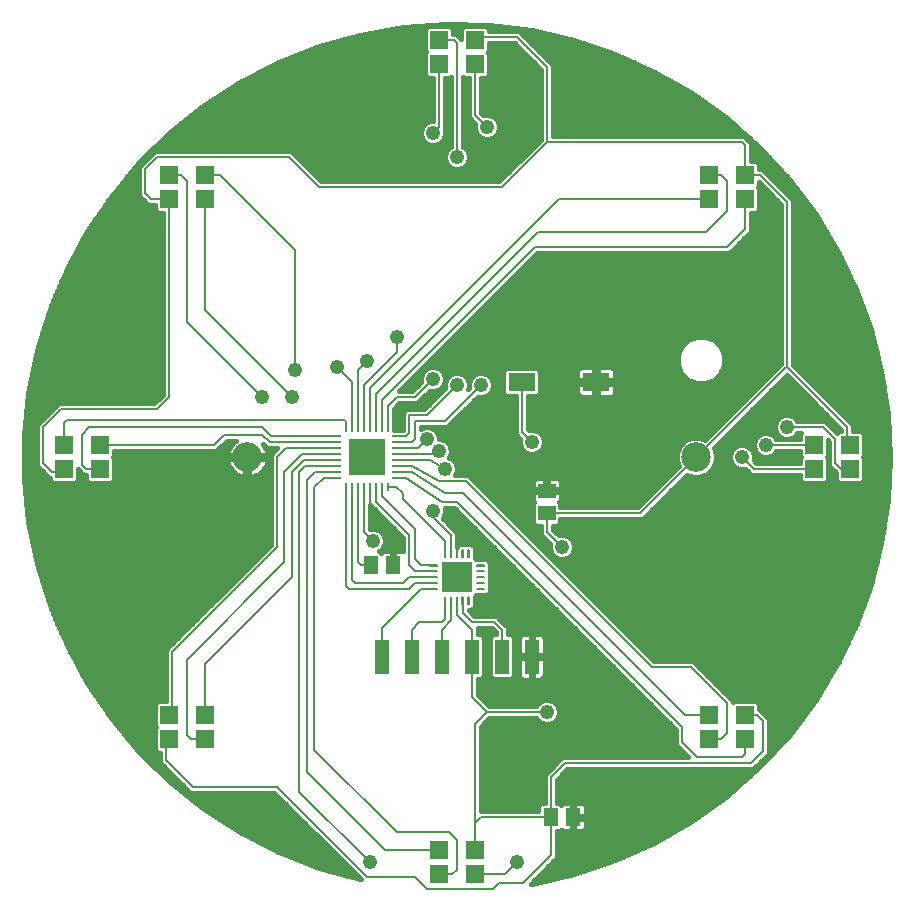
<source format=gtl>
G75*
G70*
%OFA0B0*%
%FSLAX24Y24*%
%IPPOS*%
%LPD*%
%AMOC8*
5,1,8,0,0,1.08239X$1,22.5*
%
%ADD10R,0.0315X0.0112*%
%ADD11R,0.0112X0.0315*%
%ADD12R,0.1240X0.1240*%
%ADD13R,0.0512X0.0591*%
%ADD14R,0.0591X0.0512*%
%ADD15R,0.0906X0.0630*%
%ADD16C,0.0984*%
%ADD17R,0.0492X0.1181*%
%ADD18R,0.1024X0.1024*%
%ADD19C,0.0068*%
%ADD20R,0.0600X0.0600*%
%ADD21C,0.0160*%
%ADD22C,0.0080*%
%ADD23C,0.0480*%
D10*
X015672Y016999D03*
X015672Y017196D03*
X015672Y017393D03*
X015672Y017590D03*
X015672Y017787D03*
X015672Y017983D03*
X015672Y018180D03*
X015672Y018377D03*
X013704Y018377D03*
X013704Y018180D03*
X013704Y017983D03*
X013704Y017787D03*
X013704Y017590D03*
X013704Y017393D03*
X013704Y017196D03*
X013704Y016999D03*
D11*
X015377Y018672D03*
X015180Y018672D03*
X014983Y018672D03*
X014787Y018672D03*
X014590Y018672D03*
X014393Y018672D03*
X014196Y018672D03*
X013999Y018672D03*
X013999Y016704D03*
X014196Y016704D03*
X014393Y016704D03*
X014590Y016704D03*
X014787Y016704D03*
X014983Y016704D03*
X015180Y016704D03*
X015377Y016704D03*
D12*
X014688Y017688D03*
D13*
X015562Y014088D03*
X014814Y014088D03*
X020814Y005688D03*
X021562Y005688D03*
D14*
X020688Y015814D03*
X020688Y016562D03*
D15*
X022328Y020188D03*
X019848Y020188D03*
D16*
X025669Y017688D03*
X010708Y017688D03*
D17*
X020188Y011037D03*
X019188Y011037D03*
X018188Y011037D03*
X017188Y011037D03*
X016188Y011037D03*
X015188Y011037D03*
D18*
X017688Y013688D03*
D19*
X018353Y013305D02*
X018599Y013305D01*
X018599Y013283D01*
X018353Y013283D01*
X018353Y013305D01*
X018353Y013502D02*
X018599Y013502D01*
X018599Y013480D01*
X018353Y013480D01*
X018353Y013502D01*
X018353Y013699D02*
X018599Y013699D01*
X018599Y013677D01*
X018353Y013677D01*
X018353Y013699D01*
X018353Y013896D02*
X018599Y013896D01*
X018599Y013874D01*
X018353Y013874D01*
X018353Y013896D01*
X018353Y014093D02*
X018599Y014093D01*
X018599Y014071D01*
X018353Y014071D01*
X018353Y014093D01*
X018071Y014599D02*
X018093Y014599D01*
X018093Y014353D01*
X018071Y014353D01*
X018071Y014599D01*
X018071Y014420D02*
X018093Y014420D01*
X018093Y014487D02*
X018071Y014487D01*
X018071Y014554D02*
X018093Y014554D01*
X017874Y014599D02*
X017896Y014599D01*
X017896Y014353D01*
X017874Y014353D01*
X017874Y014599D01*
X017874Y014420D02*
X017896Y014420D01*
X017896Y014487D02*
X017874Y014487D01*
X017874Y014554D02*
X017896Y014554D01*
X017677Y014599D02*
X017699Y014599D01*
X017699Y014353D01*
X017677Y014353D01*
X017677Y014599D01*
X017677Y014420D02*
X017699Y014420D01*
X017699Y014487D02*
X017677Y014487D01*
X017677Y014554D02*
X017699Y014554D01*
X017480Y014599D02*
X017502Y014599D01*
X017502Y014353D01*
X017480Y014353D01*
X017480Y014599D01*
X017480Y014420D02*
X017502Y014420D01*
X017502Y014487D02*
X017480Y014487D01*
X017480Y014554D02*
X017502Y014554D01*
X017283Y014599D02*
X017305Y014599D01*
X017305Y014353D01*
X017283Y014353D01*
X017283Y014599D01*
X017283Y014420D02*
X017305Y014420D01*
X017305Y014487D02*
X017283Y014487D01*
X017283Y014554D02*
X017305Y014554D01*
X016778Y014093D02*
X017024Y014093D01*
X017024Y014071D01*
X016778Y014071D01*
X016778Y014093D01*
X016778Y013896D02*
X017024Y013896D01*
X017024Y013874D01*
X016778Y013874D01*
X016778Y013896D01*
X016778Y013699D02*
X017024Y013699D01*
X017024Y013677D01*
X016778Y013677D01*
X016778Y013699D01*
X016778Y013502D02*
X017024Y013502D01*
X017024Y013480D01*
X016778Y013480D01*
X016778Y013502D01*
X016778Y013305D02*
X017024Y013305D01*
X017024Y013283D01*
X016778Y013283D01*
X016778Y013305D01*
X017283Y013024D02*
X017305Y013024D01*
X017305Y012778D01*
X017283Y012778D01*
X017283Y013024D01*
X017283Y012845D02*
X017305Y012845D01*
X017305Y012912D02*
X017283Y012912D01*
X017283Y012979D02*
X017305Y012979D01*
X017480Y013024D02*
X017502Y013024D01*
X017502Y012778D01*
X017480Y012778D01*
X017480Y013024D01*
X017480Y012845D02*
X017502Y012845D01*
X017502Y012912D02*
X017480Y012912D01*
X017480Y012979D02*
X017502Y012979D01*
X017677Y013024D02*
X017699Y013024D01*
X017699Y012778D01*
X017677Y012778D01*
X017677Y013024D01*
X017677Y012845D02*
X017699Y012845D01*
X017699Y012912D02*
X017677Y012912D01*
X017677Y012979D02*
X017699Y012979D01*
X017874Y013024D02*
X017896Y013024D01*
X017896Y012778D01*
X017874Y012778D01*
X017874Y013024D01*
X017874Y012845D02*
X017896Y012845D01*
X017896Y012912D02*
X017874Y012912D01*
X017874Y012979D02*
X017896Y012979D01*
X018071Y013024D02*
X018093Y013024D01*
X018093Y012778D01*
X018071Y012778D01*
X018071Y013024D01*
X018071Y012845D02*
X018093Y012845D01*
X018093Y012912D02*
X018071Y012912D01*
X018071Y012979D02*
X018093Y012979D01*
D20*
X018288Y003788D03*
X018288Y004588D03*
X017088Y004588D03*
X017088Y003788D03*
X008088Y009088D03*
X008088Y008288D03*
X009288Y008288D03*
X009288Y009088D03*
X004588Y018088D03*
X004588Y017288D03*
X005788Y017288D03*
X005788Y018088D03*
X030788Y017288D03*
X030788Y018088D03*
X029588Y018088D03*
X029588Y017288D03*
X027288Y026288D03*
X027288Y027088D03*
X026088Y027088D03*
X026088Y026288D03*
X018288Y030788D03*
X018288Y031588D03*
X017088Y031588D03*
X017088Y030788D03*
X008088Y027088D03*
X008088Y026288D03*
X009288Y026288D03*
X009288Y027088D03*
X027288Y008288D03*
X027288Y009088D03*
X026088Y009088D03*
X026088Y008288D03*
D21*
X010264Y018195D02*
X010201Y018132D01*
X010148Y018062D01*
X010104Y017986D01*
X010070Y017905D01*
X010047Y017820D01*
X010039Y017756D01*
X010640Y017756D01*
X010640Y017620D01*
X010039Y017620D01*
X010047Y017557D01*
X010070Y017472D01*
X010104Y017390D01*
X010148Y017314D01*
X010201Y017244D01*
X010264Y017182D01*
X010334Y017128D01*
X010410Y017084D01*
X010491Y017050D01*
X010576Y017028D01*
X010640Y017019D01*
X010640Y017620D01*
X010776Y017620D01*
X010776Y017019D01*
X010839Y017028D01*
X010924Y017050D01*
X011006Y017084D01*
X011082Y017128D01*
X011152Y017182D01*
X011214Y017244D01*
X011268Y017314D01*
X011312Y017390D01*
X011346Y017472D01*
X011368Y017557D01*
X011377Y017620D01*
X010776Y017620D01*
X010776Y017756D01*
X011377Y017756D01*
X011368Y017820D01*
X011346Y017905D01*
X011312Y017986D01*
X011268Y018062D01*
X011224Y018119D01*
X011363Y017980D01*
X011529Y017980D01*
X011698Y017980D01*
X011605Y017888D01*
X011488Y017771D01*
X011488Y014771D01*
X008105Y011388D01*
X007988Y011271D01*
X007988Y009548D01*
X007722Y009548D01*
X007628Y009454D01*
X007628Y008722D01*
X007662Y008688D01*
X007628Y008654D01*
X007628Y007922D01*
X007722Y007828D01*
X007788Y007828D01*
X007788Y007671D01*
X007788Y007505D01*
X008688Y006605D01*
X008805Y006488D01*
X011605Y006488D01*
X014485Y003608D01*
X014475Y003610D01*
X013089Y004000D01*
X011749Y004526D01*
X010468Y005183D01*
X009259Y005964D01*
X008133Y006861D01*
X007103Y007866D01*
X006178Y008969D01*
X005367Y010159D01*
X004678Y011423D01*
X004119Y012749D01*
X003695Y014125D01*
X003409Y015536D01*
X003266Y016968D01*
X003266Y018408D01*
X003409Y019840D01*
X003695Y021251D01*
X004119Y022627D01*
X004678Y023953D01*
X005367Y025218D01*
X006178Y026407D01*
X006178Y026407D01*
X007103Y027510D01*
X007103Y027510D01*
X008133Y028515D01*
X009259Y029413D01*
X010468Y030194D01*
X011749Y030850D01*
X013089Y031376D01*
X014475Y031766D01*
X015893Y032016D01*
X017328Y032124D01*
X018767Y032088D01*
X020196Y031909D01*
X021599Y031588D01*
X022964Y031130D01*
X024276Y030538D01*
X025523Y029818D01*
X026691Y028978D01*
X027771Y028025D01*
X028750Y026970D01*
X029619Y025823D01*
X030370Y024594D01*
X030994Y023297D01*
X031487Y021944D01*
X031842Y020549D01*
X032056Y019126D01*
X032128Y017688D01*
X032056Y016250D01*
X032056Y016250D01*
X031842Y014827D01*
X031487Y013432D01*
X030994Y012079D01*
X030370Y010782D01*
X029619Y009554D01*
X028750Y008406D01*
X027771Y007351D01*
X026691Y006399D01*
X025523Y005558D01*
X024276Y004838D01*
X022964Y004246D01*
X021599Y003788D01*
X020196Y003468D01*
X020144Y003461D01*
X021014Y004331D01*
X021014Y004497D01*
X021014Y005233D01*
X021136Y005233D01*
X021174Y005271D01*
X021196Y005249D01*
X021237Y005225D01*
X021283Y005213D01*
X021514Y005213D01*
X021514Y005640D01*
X021610Y005640D01*
X021610Y005213D01*
X021842Y005213D01*
X021888Y005225D01*
X021929Y005249D01*
X021962Y005282D01*
X021986Y005323D01*
X021998Y005369D01*
X021998Y005640D01*
X021610Y005640D01*
X021610Y005736D01*
X021998Y005736D01*
X021998Y006007D01*
X021986Y006053D01*
X021962Y006094D01*
X021929Y006127D01*
X021888Y006151D01*
X021842Y006163D01*
X021610Y006163D01*
X021610Y005736D01*
X021514Y005736D01*
X021514Y006163D01*
X021283Y006163D01*
X021237Y006151D01*
X021196Y006127D01*
X021174Y006106D01*
X021136Y006143D01*
X021014Y006143D01*
X021014Y006931D01*
X021371Y007288D01*
X027571Y007288D01*
X027688Y007405D01*
X028088Y007805D01*
X028088Y007971D01*
X028088Y008971D01*
X027971Y009088D01*
X027771Y009288D01*
X027748Y009288D01*
X027748Y009454D01*
X027654Y009548D01*
X026922Y009548D01*
X026888Y009514D01*
X026888Y009571D01*
X025688Y010771D01*
X025571Y010888D01*
X024271Y010888D01*
X018071Y017088D01*
X017905Y017088D01*
X017638Y017088D01*
X017688Y017209D01*
X017688Y017368D01*
X017627Y017515D01*
X017515Y017627D01*
X017428Y017663D01*
X017488Y017809D01*
X017488Y017968D01*
X017427Y018115D01*
X017315Y018227D01*
X017168Y018288D01*
X017088Y018288D01*
X017088Y018368D01*
X017027Y018515D01*
X016915Y018627D01*
X016768Y018688D01*
X016609Y018688D01*
X016488Y018638D01*
X016488Y018688D01*
X017205Y018688D01*
X017371Y018688D01*
X018382Y019699D01*
X018409Y019688D01*
X018568Y019688D01*
X018715Y019749D01*
X018827Y019862D01*
X018888Y020009D01*
X018888Y020168D01*
X018827Y020315D01*
X018715Y020427D01*
X018568Y020488D01*
X018409Y020488D01*
X018262Y020427D01*
X018149Y020315D01*
X018088Y020168D01*
X018088Y020009D01*
X018099Y019982D01*
X018061Y019944D01*
X018088Y020009D01*
X018088Y020168D01*
X018027Y020315D01*
X017915Y020427D01*
X017768Y020488D01*
X017609Y020488D01*
X017462Y020427D01*
X017349Y020315D01*
X017288Y020168D01*
X017288Y020009D01*
X017299Y019982D01*
X016605Y019288D01*
X016005Y019288D01*
X015888Y019171D01*
X015888Y019005D01*
X015888Y018593D01*
X015593Y018593D01*
X015593Y018896D01*
X015577Y018912D01*
X015577Y019294D01*
X015771Y019488D01*
X016205Y019488D01*
X016371Y019488D01*
X016782Y019899D01*
X016809Y019888D01*
X016968Y019888D01*
X017115Y019949D01*
X017227Y020062D01*
X017288Y020209D01*
X017288Y020368D01*
X017227Y020515D01*
X017115Y020627D01*
X016968Y020688D01*
X016809Y020688D01*
X016662Y020627D01*
X016549Y020515D01*
X016488Y020368D01*
X016488Y020209D01*
X016499Y020182D01*
X016205Y019888D01*
X015771Y019888D01*
X020371Y024488D01*
X026771Y024488D01*
X026888Y024605D01*
X027488Y025205D01*
X027488Y025371D01*
X027488Y025828D01*
X027654Y025828D01*
X027748Y025922D01*
X027748Y026654D01*
X027714Y026688D01*
X027748Y026722D01*
X027748Y026845D01*
X028488Y026105D01*
X028488Y020791D01*
X028469Y020771D01*
X025968Y018270D01*
X025798Y018340D01*
X025539Y018340D01*
X025299Y018241D01*
X025116Y018058D01*
X025016Y017818D01*
X025016Y017558D01*
X025087Y017389D01*
X023712Y016014D01*
X021143Y016014D01*
X021143Y016136D01*
X021106Y016174D01*
X021127Y016196D01*
X021151Y016237D01*
X021163Y016283D01*
X021163Y016514D01*
X020736Y016514D01*
X020736Y016610D01*
X021163Y016610D01*
X021163Y016842D01*
X021151Y016888D01*
X021127Y016929D01*
X021094Y016962D01*
X021053Y016986D01*
X021007Y016998D01*
X020736Y016998D01*
X020736Y016610D01*
X020640Y016610D01*
X020640Y016998D01*
X020369Y016998D01*
X020323Y016986D01*
X020282Y016962D01*
X020249Y016929D01*
X020225Y016888D01*
X020213Y016842D01*
X020213Y016610D01*
X020640Y016610D01*
X020640Y016514D01*
X020213Y016514D01*
X020213Y016283D01*
X020225Y016237D01*
X020249Y016196D01*
X020271Y016174D01*
X020233Y016136D01*
X020233Y015492D01*
X020327Y015398D01*
X020488Y015398D01*
X020488Y015271D01*
X020488Y015105D01*
X020799Y014794D01*
X020788Y014768D01*
X020788Y014609D01*
X020849Y014462D01*
X020962Y014349D01*
X021109Y014288D01*
X021268Y014288D01*
X021415Y014349D01*
X021527Y014462D01*
X021588Y014609D01*
X021588Y014768D01*
X021527Y014915D01*
X021415Y015027D01*
X021268Y015088D01*
X021109Y015088D01*
X021082Y015077D01*
X020888Y015271D01*
X020888Y015398D01*
X021050Y015398D01*
X021143Y015492D01*
X021143Y015614D01*
X023712Y015614D01*
X023877Y015614D01*
X025369Y017106D01*
X025539Y017036D01*
X025798Y017036D01*
X026038Y017135D01*
X026221Y017319D01*
X026321Y017558D01*
X026321Y017818D01*
X026250Y017987D01*
X028678Y020415D01*
X030488Y018605D01*
X030488Y018548D01*
X030422Y018548D01*
X030366Y018493D01*
X030088Y018771D01*
X029971Y018888D01*
X029038Y018888D01*
X029027Y018915D01*
X028915Y019027D01*
X028768Y019088D01*
X028609Y019088D01*
X028462Y019027D01*
X028349Y018915D01*
X028288Y018768D01*
X028288Y018609D01*
X028349Y018462D01*
X028462Y018349D01*
X028609Y018288D01*
X028768Y018288D01*
X028915Y018349D01*
X029027Y018462D01*
X029038Y018488D01*
X029162Y018488D01*
X029128Y018454D01*
X029128Y018288D01*
X028338Y018288D01*
X028327Y018315D01*
X028215Y018427D01*
X028068Y018488D01*
X027909Y018488D01*
X027762Y018427D01*
X027649Y018315D01*
X027588Y018168D01*
X027588Y018009D01*
X027649Y017862D01*
X027762Y017749D01*
X027909Y017688D01*
X028068Y017688D01*
X028215Y017749D01*
X028327Y017862D01*
X028338Y017888D01*
X029128Y017888D01*
X029128Y017722D01*
X029162Y017688D01*
X029128Y017654D01*
X029128Y017488D01*
X027671Y017488D01*
X027577Y017582D01*
X027588Y017609D01*
X027588Y017768D01*
X027527Y017915D01*
X027415Y018027D01*
X027268Y018088D01*
X027109Y018088D01*
X026962Y018027D01*
X026849Y017915D01*
X026788Y017768D01*
X026788Y017609D01*
X026849Y017462D01*
X026962Y017349D01*
X027109Y017288D01*
X027268Y017288D01*
X027294Y017299D01*
X027505Y017088D01*
X027671Y017088D01*
X029128Y017088D01*
X029128Y016922D01*
X029222Y016828D01*
X029954Y016828D01*
X030048Y016922D01*
X030048Y017654D01*
X030014Y017688D01*
X030048Y017722D01*
X030048Y018245D01*
X030088Y018205D01*
X030088Y017405D01*
X030205Y017288D01*
X030328Y017165D01*
X030328Y016922D01*
X030422Y016828D01*
X031154Y016828D01*
X031248Y016922D01*
X031248Y017654D01*
X031214Y017688D01*
X031248Y017722D01*
X031248Y018454D01*
X031154Y018548D01*
X030888Y018548D01*
X030888Y018771D01*
X030771Y018888D01*
X030771Y018888D01*
X028888Y020771D01*
X028888Y026105D01*
X028888Y026271D01*
X027871Y027288D01*
X027748Y027288D01*
X027748Y027454D01*
X027654Y027548D01*
X027488Y027548D01*
X027488Y028005D01*
X027488Y028171D01*
X027388Y028271D01*
X027388Y028271D01*
X027271Y028388D01*
X020888Y028388D01*
X020888Y030771D01*
X020771Y030888D01*
X019888Y031771D01*
X019888Y031771D01*
X019771Y031888D01*
X018748Y031888D01*
X018748Y031954D01*
X018654Y032048D01*
X017922Y032048D01*
X017828Y031954D01*
X017828Y031631D01*
X017771Y031688D01*
X017671Y031788D01*
X017548Y031788D01*
X017548Y031954D01*
X017454Y032048D01*
X016722Y032048D01*
X016628Y031954D01*
X016628Y031222D01*
X016662Y031188D01*
X016628Y031154D01*
X016628Y030422D01*
X016722Y030328D01*
X016888Y030328D01*
X016888Y028888D01*
X016809Y028888D01*
X016662Y028827D01*
X016549Y028715D01*
X016488Y028568D01*
X016488Y028409D01*
X016549Y028262D01*
X016662Y028149D01*
X016809Y028088D01*
X016968Y028088D01*
X017115Y028149D01*
X017227Y028262D01*
X017288Y028409D01*
X017288Y028568D01*
X017277Y028594D01*
X017288Y028605D01*
X017288Y030328D01*
X017454Y030328D01*
X017488Y030362D01*
X017488Y028038D01*
X017462Y028027D01*
X017349Y027915D01*
X017288Y027768D01*
X017288Y027609D01*
X017349Y027462D01*
X017462Y027349D01*
X017609Y027288D01*
X017768Y027288D01*
X017915Y027349D01*
X018027Y027462D01*
X018088Y027609D01*
X018088Y027768D01*
X018027Y027915D01*
X017915Y028027D01*
X017888Y028038D01*
X017888Y030362D01*
X017922Y030328D01*
X018088Y030328D01*
X018088Y029005D01*
X018205Y028888D01*
X018299Y028794D01*
X018288Y028768D01*
X018288Y028609D01*
X018349Y028462D01*
X018462Y028349D01*
X018609Y028288D01*
X018768Y028288D01*
X018915Y028349D01*
X019027Y028462D01*
X019088Y028609D01*
X019088Y028768D01*
X019027Y028915D01*
X018915Y029027D01*
X018768Y029088D01*
X018609Y029088D01*
X018582Y029077D01*
X018488Y029171D01*
X018488Y030328D01*
X018654Y030328D01*
X018748Y030422D01*
X018748Y031154D01*
X018714Y031188D01*
X018748Y031222D01*
X018748Y031488D01*
X019605Y031488D01*
X020488Y030605D01*
X020488Y028271D01*
X019105Y026888D01*
X013171Y026888D01*
X012171Y027888D01*
X012005Y027888D01*
X007605Y027888D01*
X007488Y027771D01*
X007088Y027371D01*
X007088Y027205D01*
X007088Y026405D01*
X007205Y026288D01*
X007405Y026088D01*
X007571Y026088D01*
X007628Y026088D01*
X007628Y025922D01*
X007722Y025828D01*
X007888Y025828D01*
X007888Y019771D01*
X007605Y019488D01*
X004405Y019488D01*
X004288Y019371D01*
X003688Y018771D01*
X003688Y018605D01*
X003688Y017405D01*
X003805Y017288D01*
X003805Y017288D01*
X003988Y017105D01*
X003988Y017105D01*
X004105Y016988D01*
X004128Y016988D01*
X004128Y016922D01*
X004222Y016828D01*
X004954Y016828D01*
X005048Y016922D01*
X005048Y017295D01*
X005105Y017238D01*
X005255Y017088D01*
X005328Y017088D01*
X005328Y016922D01*
X005422Y016828D01*
X006154Y016828D01*
X006248Y016922D01*
X006248Y017654D01*
X006214Y017688D01*
X006248Y017722D01*
X006248Y017888D01*
X009505Y017888D01*
X009671Y017888D01*
X010021Y018238D01*
X010321Y018238D01*
X010264Y018195D01*
X020461Y019807D02*
X020461Y020569D01*
X020367Y020663D01*
X019329Y020663D01*
X019235Y020569D01*
X019235Y019807D01*
X019329Y019713D01*
X019648Y019713D01*
X019648Y018611D01*
X019648Y018445D01*
X019799Y018294D01*
X019788Y018268D01*
X019788Y018109D01*
X019849Y017962D01*
X019962Y017849D01*
X020109Y017788D01*
X020268Y017788D01*
X020415Y017849D01*
X020527Y017962D01*
X020588Y018109D01*
X020588Y018268D01*
X020527Y018415D01*
X020415Y018527D01*
X020268Y018588D01*
X020109Y018588D01*
X020082Y018577D01*
X020048Y018611D01*
X020048Y019713D01*
X020367Y019713D01*
X020461Y019807D01*
X022406Y020683D02*
X022406Y020266D01*
X022251Y020266D01*
X022251Y020683D01*
X021852Y020683D01*
X021806Y020671D01*
X021765Y020647D01*
X021732Y020614D01*
X021708Y020573D01*
X021696Y020527D01*
X021696Y020266D01*
X022251Y020266D01*
X022251Y020111D01*
X021696Y020111D01*
X021696Y019849D01*
X021708Y019804D01*
X021732Y019763D01*
X021765Y019729D01*
X021806Y019706D01*
X021852Y019693D01*
X022251Y019693D01*
X022251Y020110D01*
X022406Y020110D01*
X022406Y019693D01*
X022805Y019693D01*
X022851Y019706D01*
X022892Y019729D01*
X022925Y019763D01*
X022949Y019804D01*
X022961Y019849D01*
X022961Y020111D01*
X022406Y020111D01*
X022406Y020266D01*
X022961Y020266D01*
X022961Y020527D01*
X022949Y020573D01*
X022925Y020614D01*
X022892Y020647D01*
X022851Y020671D01*
X022805Y020683D01*
X022406Y020683D01*
X026601Y020762D02*
X026601Y021071D01*
X026483Y021356D01*
X026265Y021574D01*
X025980Y021692D01*
X025672Y021692D01*
X025387Y021574D01*
X025169Y021356D01*
X025051Y021071D01*
X025051Y020762D01*
X025169Y020477D01*
X025387Y020259D01*
X025672Y020141D01*
X025980Y020141D01*
X026265Y020259D01*
X026483Y020477D01*
X026601Y020762D01*
X017605Y015988D02*
X024988Y008605D01*
X024988Y008105D01*
X025105Y007988D01*
X025405Y007688D01*
X021371Y007688D01*
X021205Y007688D01*
X020614Y007097D01*
X020614Y006931D01*
X020614Y006143D01*
X020492Y006143D01*
X020398Y006050D01*
X020398Y005888D01*
X018488Y005888D01*
X018488Y008705D01*
X018771Y008988D01*
X020338Y008988D01*
X020349Y008962D01*
X020462Y008849D01*
X020609Y008788D01*
X020768Y008788D01*
X020915Y008849D01*
X021027Y008962D01*
X021088Y009109D01*
X021088Y009268D01*
X021027Y009415D01*
X020915Y009527D01*
X020768Y009588D01*
X020609Y009588D01*
X020462Y009527D01*
X020349Y009415D01*
X020338Y009388D01*
X018771Y009388D01*
X018771Y009388D01*
X018388Y009771D01*
X018388Y010286D01*
X018501Y010286D01*
X018594Y010380D01*
X018594Y011693D01*
X018501Y011787D01*
X018388Y011787D01*
X018388Y011988D01*
X018855Y011988D01*
X018988Y011855D01*
X018988Y011787D01*
X018876Y011787D01*
X018782Y011693D01*
X018782Y010380D01*
X018876Y010286D01*
X019501Y010286D01*
X019594Y010380D01*
X019594Y011693D01*
X019501Y011787D01*
X019388Y011787D01*
X019388Y012021D01*
X019271Y012138D01*
X019271Y012138D01*
X019138Y012271D01*
X019138Y012271D01*
X019021Y012388D01*
X018271Y012388D01*
X018085Y012574D01*
X018085Y012583D01*
X018174Y012583D01*
X018287Y012697D01*
X018287Y013037D01*
X018339Y013089D01*
X018679Y013089D01*
X018793Y013203D01*
X018793Y013386D01*
X018786Y013393D01*
X018793Y013400D01*
X018793Y013583D01*
X018786Y013590D01*
X018793Y013596D01*
X018793Y013780D01*
X018786Y013787D01*
X018793Y013793D01*
X018793Y013977D01*
X018786Y013983D01*
X018793Y013990D01*
X018793Y014174D01*
X018679Y014287D01*
X018339Y014287D01*
X018287Y014339D01*
X018287Y014679D01*
X018174Y014793D01*
X017990Y014793D01*
X017983Y014786D01*
X017977Y014793D01*
X017793Y014793D01*
X017793Y014792D01*
X017782Y014798D01*
X017728Y014813D01*
X017688Y014813D01*
X017688Y014688D01*
X017688Y014688D01*
X017688Y014688D01*
X017688Y015171D01*
X017571Y015288D01*
X017212Y015647D01*
X017227Y015662D01*
X017288Y015809D01*
X017288Y015968D01*
X017280Y015988D01*
X017605Y015988D01*
X020145Y010266D02*
X020145Y010993D01*
X020231Y010993D01*
X020231Y010266D01*
X020458Y010266D01*
X020504Y010278D01*
X020545Y010302D01*
X020578Y010336D01*
X020602Y010377D01*
X020614Y010422D01*
X020614Y010994D01*
X020231Y010994D01*
X020231Y011080D01*
X020614Y011080D01*
X020614Y011651D01*
X020602Y011697D01*
X020578Y011738D01*
X020545Y011771D01*
X020504Y011795D01*
X020458Y011807D01*
X020231Y011807D01*
X020231Y011080D01*
X020145Y011080D01*
X020145Y011807D01*
X019918Y011807D01*
X019873Y011795D01*
X019832Y011771D01*
X019798Y011738D01*
X019774Y011697D01*
X019762Y011651D01*
X019762Y011080D01*
X020145Y011080D01*
X020145Y010994D01*
X019762Y010994D01*
X019762Y010422D01*
X019774Y010377D01*
X019798Y010336D01*
X019832Y010302D01*
X019873Y010278D01*
X019918Y010266D01*
X020145Y010266D01*
X015888Y014551D02*
X015842Y014563D01*
X015610Y014563D01*
X015610Y014136D01*
X015514Y014136D01*
X015514Y014563D01*
X015283Y014563D01*
X015237Y014551D01*
X015196Y014527D01*
X015174Y014506D01*
X015136Y014543D01*
X015101Y014543D01*
X015115Y014549D01*
X015227Y014662D01*
X015288Y014809D01*
X015288Y014968D01*
X015227Y015115D01*
X015115Y015227D01*
X014968Y015288D01*
X014809Y015288D01*
X014790Y015280D01*
X014790Y016104D01*
X015888Y015005D01*
X015888Y014551D01*
X015888Y014551D01*
X020261Y003578D02*
X020679Y003578D01*
X014357Y003736D02*
X014026Y003736D01*
X020419Y003736D02*
X021374Y003736D01*
X014199Y003895D02*
X013463Y003895D01*
X020578Y003895D02*
X021918Y003895D01*
X014040Y004053D02*
X012953Y004053D01*
X020736Y004053D02*
X022390Y004053D01*
X013881Y004212D02*
X012549Y004212D01*
X020895Y004212D02*
X022862Y004212D01*
X013723Y004371D02*
X012145Y004371D01*
X021014Y004371D02*
X023239Y004371D01*
X013564Y004529D02*
X011743Y004529D01*
X021014Y004529D02*
X023590Y004529D01*
X013406Y004688D02*
X011434Y004688D01*
X021014Y004688D02*
X023942Y004688D01*
X013247Y004846D02*
X011125Y004846D01*
X021014Y004846D02*
X024289Y004846D01*
X013089Y005005D02*
X010815Y005005D01*
X021014Y005005D02*
X024564Y005005D01*
X012930Y005163D02*
X010506Y005163D01*
X021014Y005163D02*
X024839Y005163D01*
X012772Y005322D02*
X010253Y005322D01*
X021514Y005322D02*
X021610Y005322D01*
X021985Y005322D02*
X025113Y005322D01*
X012613Y005480D02*
X010007Y005480D01*
X021514Y005480D02*
X021610Y005480D01*
X021998Y005480D02*
X025388Y005480D01*
X012455Y005639D02*
X009762Y005639D01*
X021514Y005639D02*
X021610Y005639D01*
X021998Y005639D02*
X025635Y005639D01*
X012296Y005797D02*
X009516Y005797D01*
X021514Y005797D02*
X021610Y005797D01*
X021998Y005797D02*
X025855Y005797D01*
X012138Y005956D02*
X009271Y005956D01*
X018488Y005956D02*
X020398Y005956D01*
X021514Y005956D02*
X021610Y005956D01*
X021998Y005956D02*
X026076Y005956D01*
X011979Y006115D02*
X009070Y006115D01*
X018488Y006115D02*
X020463Y006115D01*
X021165Y006115D02*
X021183Y006115D01*
X021514Y006115D02*
X021610Y006115D01*
X021942Y006115D02*
X026296Y006115D01*
X011820Y006273D02*
X008871Y006273D01*
X018488Y006273D02*
X020614Y006273D01*
X021014Y006273D02*
X026517Y006273D01*
X011662Y006432D02*
X008672Y006432D01*
X018488Y006432D02*
X020614Y006432D01*
X021014Y006432D02*
X026729Y006432D01*
X008703Y006590D02*
X008473Y006590D01*
X018488Y006590D02*
X020614Y006590D01*
X021014Y006590D02*
X026909Y006590D01*
X008545Y006749D02*
X008275Y006749D01*
X018488Y006749D02*
X020614Y006749D01*
X021014Y006749D02*
X027088Y006749D01*
X008386Y006907D02*
X008086Y006907D01*
X018488Y006907D02*
X020614Y006907D01*
X021014Y006907D02*
X027268Y006907D01*
X008228Y007066D02*
X007924Y007066D01*
X018488Y007066D02*
X020614Y007066D01*
X021149Y007066D02*
X027448Y007066D01*
X008069Y007224D02*
X007761Y007224D01*
X018488Y007224D02*
X020741Y007224D01*
X021307Y007224D02*
X027627Y007224D01*
X007911Y007383D02*
X007599Y007383D01*
X018488Y007383D02*
X020900Y007383D01*
X027666Y007383D02*
X027800Y007383D01*
X007788Y007541D02*
X007436Y007541D01*
X018488Y007541D02*
X021059Y007541D01*
X027824Y007541D02*
X027947Y007541D01*
X007788Y007700D02*
X007274Y007700D01*
X018488Y007700D02*
X025394Y007700D01*
X027983Y007700D02*
X028094Y007700D01*
X007692Y007859D02*
X007111Y007859D01*
X018488Y007859D02*
X025235Y007859D01*
X028088Y007859D02*
X028242Y007859D01*
X007628Y008017D02*
X006977Y008017D01*
X018488Y008017D02*
X025076Y008017D01*
X028088Y008017D02*
X028389Y008017D01*
X007628Y008176D02*
X006844Y008176D01*
X018488Y008176D02*
X024988Y008176D01*
X028088Y008176D02*
X028536Y008176D01*
X007628Y008334D02*
X006710Y008334D01*
X018488Y008334D02*
X024988Y008334D01*
X028088Y008334D02*
X028683Y008334D01*
X007628Y008493D02*
X006577Y008493D01*
X018488Y008493D02*
X024988Y008493D01*
X028088Y008493D02*
X028815Y008493D01*
X007628Y008651D02*
X006444Y008651D01*
X018488Y008651D02*
X024942Y008651D01*
X028088Y008651D02*
X028935Y008651D01*
X007628Y008810D02*
X006311Y008810D01*
X018593Y008810D02*
X020556Y008810D01*
X020820Y008810D02*
X024784Y008810D01*
X028088Y008810D02*
X029055Y008810D01*
X007628Y008968D02*
X006178Y008968D01*
X018751Y008968D02*
X020346Y008968D01*
X021030Y008968D02*
X024625Y008968D01*
X028088Y008968D02*
X029176Y008968D01*
X007628Y009127D02*
X006070Y009127D01*
X021088Y009127D02*
X024467Y009127D01*
X027932Y009127D02*
X029296Y009127D01*
X007628Y009285D02*
X005962Y009285D01*
X021081Y009285D02*
X024308Y009285D01*
X027774Y009285D02*
X029416Y009285D01*
X007628Y009444D02*
X005854Y009444D01*
X018715Y009444D02*
X020378Y009444D01*
X020998Y009444D02*
X024150Y009444D01*
X027748Y009444D02*
X029536Y009444D01*
X007988Y009602D02*
X005746Y009602D01*
X018557Y009602D02*
X023991Y009602D01*
X026857Y009602D02*
X029649Y009602D01*
X007988Y009761D02*
X005638Y009761D01*
X018398Y009761D02*
X023832Y009761D01*
X026698Y009761D02*
X029746Y009761D01*
X007988Y009920D02*
X005530Y009920D01*
X018388Y009920D02*
X023674Y009920D01*
X026540Y009920D02*
X029843Y009920D01*
X007988Y010078D02*
X005422Y010078D01*
X018388Y010078D02*
X023515Y010078D01*
X026381Y010078D02*
X029939Y010078D01*
X007988Y010237D02*
X005324Y010237D01*
X018388Y010237D02*
X023357Y010237D01*
X026223Y010237D02*
X030036Y010237D01*
X007988Y010395D02*
X005238Y010395D01*
X018594Y010395D02*
X018782Y010395D01*
X019594Y010395D02*
X019769Y010395D01*
X020145Y010395D02*
X020231Y010395D01*
X020607Y010395D02*
X023198Y010395D01*
X026064Y010395D02*
X030133Y010395D01*
X007988Y010554D02*
X005151Y010554D01*
X018594Y010554D02*
X018782Y010554D01*
X019594Y010554D02*
X019762Y010554D01*
X020145Y010554D02*
X020231Y010554D01*
X020614Y010554D02*
X023040Y010554D01*
X025905Y010554D02*
X030230Y010554D01*
X007988Y010712D02*
X005065Y010712D01*
X018594Y010712D02*
X018782Y010712D01*
X019594Y010712D02*
X019762Y010712D01*
X020145Y010712D02*
X020231Y010712D01*
X020614Y010712D02*
X022881Y010712D01*
X025747Y010712D02*
X030327Y010712D01*
X007988Y010871D02*
X004979Y010871D01*
X018594Y010871D02*
X018782Y010871D01*
X019594Y010871D02*
X019762Y010871D01*
X020145Y010871D02*
X020231Y010871D01*
X020614Y010871D02*
X022723Y010871D01*
X025588Y010871D02*
X030412Y010871D01*
X007988Y011029D02*
X004892Y011029D01*
X018594Y011029D02*
X018782Y011029D01*
X019594Y011029D02*
X020145Y011029D01*
X020231Y011029D02*
X022564Y011029D01*
X024130Y011029D02*
X030489Y011029D01*
X007988Y011188D02*
X004806Y011188D01*
X018594Y011188D02*
X018782Y011188D01*
X019594Y011188D02*
X019762Y011188D01*
X020145Y011188D02*
X020231Y011188D01*
X020614Y011188D02*
X022406Y011188D01*
X023971Y011188D02*
X030565Y011188D01*
X008064Y011346D02*
X004720Y011346D01*
X018594Y011346D02*
X018782Y011346D01*
X019594Y011346D02*
X019762Y011346D01*
X020145Y011346D02*
X020231Y011346D01*
X020614Y011346D02*
X022247Y011346D01*
X023813Y011346D02*
X030641Y011346D01*
X008222Y011505D02*
X004644Y011505D01*
X018594Y011505D02*
X018782Y011505D01*
X019594Y011505D02*
X019762Y011505D01*
X020145Y011505D02*
X020231Y011505D01*
X020614Y011505D02*
X022089Y011505D01*
X023654Y011505D02*
X030718Y011505D01*
X008381Y011664D02*
X004577Y011664D01*
X018594Y011664D02*
X018782Y011664D01*
X019594Y011664D02*
X019766Y011664D01*
X020145Y011664D02*
X020231Y011664D01*
X020611Y011664D02*
X021930Y011664D01*
X023496Y011664D02*
X030794Y011664D01*
X008539Y011822D02*
X004510Y011822D01*
X018388Y011822D02*
X018988Y011822D01*
X019388Y011822D02*
X021771Y011822D01*
X023337Y011822D02*
X030871Y011822D01*
X008698Y011981D02*
X004443Y011981D01*
X018388Y011981D02*
X018863Y011981D01*
X019388Y011981D02*
X021613Y011981D01*
X023179Y011981D02*
X030947Y011981D01*
X008856Y012139D02*
X004376Y012139D01*
X019270Y012139D02*
X021454Y012139D01*
X023020Y012139D02*
X031016Y012139D01*
X009015Y012298D02*
X004309Y012298D01*
X019111Y012298D02*
X021296Y012298D01*
X022861Y012298D02*
X031074Y012298D01*
X009173Y012456D02*
X004243Y012456D01*
X018203Y012456D02*
X021137Y012456D01*
X022703Y012456D02*
X031132Y012456D01*
X009332Y012615D02*
X004176Y012615D01*
X018205Y012615D02*
X020979Y012615D01*
X022544Y012615D02*
X031189Y012615D01*
X009491Y012773D02*
X004112Y012773D01*
X018287Y012773D02*
X020820Y012773D01*
X022386Y012773D02*
X031247Y012773D01*
X009649Y012932D02*
X004063Y012932D01*
X018287Y012932D02*
X020662Y012932D01*
X022227Y012932D02*
X031305Y012932D01*
X009808Y013090D02*
X004014Y013090D01*
X018681Y013090D02*
X020503Y013090D01*
X022069Y013090D02*
X031362Y013090D01*
X009966Y013249D02*
X003965Y013249D01*
X018793Y013249D02*
X020345Y013249D01*
X021910Y013249D02*
X031420Y013249D01*
X010125Y013408D02*
X003916Y013408D01*
X018793Y013408D02*
X020186Y013408D01*
X021752Y013408D02*
X031478Y013408D01*
X010283Y013566D02*
X003867Y013566D01*
X018793Y013566D02*
X020027Y013566D01*
X021593Y013566D02*
X031521Y013566D01*
X010442Y013725D02*
X003818Y013725D01*
X018793Y013725D02*
X019869Y013725D01*
X021435Y013725D02*
X031561Y013725D01*
X010600Y013883D02*
X003769Y013883D01*
X018793Y013883D02*
X019710Y013883D01*
X021276Y013883D02*
X031602Y013883D01*
X010759Y014042D02*
X003720Y014042D01*
X018793Y014042D02*
X019552Y014042D01*
X021117Y014042D02*
X031642Y014042D01*
X010917Y014200D02*
X003679Y014200D01*
X015514Y014200D02*
X015610Y014200D01*
X018766Y014200D02*
X019393Y014200D01*
X020959Y014200D02*
X031682Y014200D01*
X011076Y014359D02*
X003647Y014359D01*
X015514Y014359D02*
X015610Y014359D01*
X018287Y014359D02*
X019235Y014359D01*
X020800Y014359D02*
X020952Y014359D01*
X021424Y014359D02*
X031723Y014359D01*
X011234Y014517D02*
X003615Y014517D01*
X015162Y014517D02*
X015186Y014517D01*
X015514Y014517D02*
X015610Y014517D01*
X018287Y014517D02*
X019076Y014517D01*
X020642Y014517D02*
X020826Y014517D01*
X021550Y014517D02*
X031763Y014517D01*
X011393Y014676D02*
X003583Y014676D01*
X015233Y014676D02*
X015888Y014676D01*
X018287Y014676D02*
X018918Y014676D01*
X020483Y014676D02*
X020788Y014676D01*
X021588Y014676D02*
X031803Y014676D01*
X011488Y014834D02*
X003551Y014834D01*
X015288Y014834D02*
X015888Y014834D01*
X017688Y014834D02*
X018759Y014834D01*
X020325Y014834D02*
X020759Y014834D01*
X021561Y014834D02*
X031843Y014834D01*
X011488Y014993D02*
X003519Y014993D01*
X015278Y014993D02*
X015888Y014993D01*
X017688Y014993D02*
X018601Y014993D01*
X020166Y014993D02*
X020601Y014993D01*
X021449Y014993D02*
X031867Y014993D01*
X011488Y015151D02*
X003487Y015151D01*
X015191Y015151D02*
X015742Y015151D01*
X017688Y015151D02*
X018442Y015151D01*
X020008Y015151D02*
X020488Y015151D01*
X021008Y015151D02*
X031891Y015151D01*
X011488Y015310D02*
X003455Y015310D01*
X014790Y015310D02*
X015583Y015310D01*
X017549Y015310D02*
X018283Y015310D01*
X019849Y015310D02*
X020488Y015310D01*
X020888Y015310D02*
X031915Y015310D01*
X011488Y015469D02*
X003423Y015469D01*
X014790Y015469D02*
X015425Y015469D01*
X017391Y015469D02*
X018125Y015469D01*
X019691Y015469D02*
X020256Y015469D01*
X021120Y015469D02*
X031939Y015469D01*
X011488Y015627D02*
X003400Y015627D01*
X014790Y015627D02*
X015266Y015627D01*
X017232Y015627D02*
X017966Y015627D01*
X019532Y015627D02*
X020233Y015627D01*
X023890Y015627D02*
X031962Y015627D01*
X011488Y015786D02*
X003384Y015786D01*
X014790Y015786D02*
X015108Y015786D01*
X017279Y015786D02*
X017808Y015786D01*
X019374Y015786D02*
X020233Y015786D01*
X024049Y015786D02*
X031986Y015786D01*
X011488Y015944D02*
X003369Y015944D01*
X014790Y015944D02*
X014949Y015944D01*
X017288Y015944D02*
X017649Y015944D01*
X019215Y015944D02*
X020233Y015944D01*
X024207Y015944D02*
X032010Y015944D01*
X011488Y016103D02*
X003353Y016103D01*
X014790Y016103D02*
X014791Y016103D01*
X019056Y016103D02*
X020233Y016103D01*
X021143Y016103D02*
X023800Y016103D01*
X024366Y016103D02*
X032034Y016103D01*
X011488Y016261D02*
X003337Y016261D01*
X018898Y016261D02*
X020219Y016261D01*
X021158Y016261D02*
X023959Y016261D01*
X024524Y016261D02*
X032057Y016261D01*
X011488Y016420D02*
X003321Y016420D01*
X018739Y016420D02*
X020213Y016420D01*
X021163Y016420D02*
X024117Y016420D01*
X024683Y016420D02*
X032065Y016420D01*
X011488Y016578D02*
X003305Y016578D01*
X018581Y016578D02*
X020640Y016578D01*
X020736Y016578D02*
X024276Y016578D01*
X024841Y016578D02*
X032073Y016578D01*
X011488Y016737D02*
X003289Y016737D01*
X018422Y016737D02*
X020213Y016737D01*
X020640Y016737D02*
X020736Y016737D01*
X021163Y016737D02*
X024434Y016737D01*
X025000Y016737D02*
X032081Y016737D01*
X004155Y016895D02*
X003273Y016895D01*
X005022Y016895D02*
X005355Y016895D01*
X006222Y016895D02*
X011488Y016895D01*
X018264Y016895D02*
X020230Y016895D01*
X020640Y016895D02*
X020736Y016895D01*
X021147Y016895D02*
X024593Y016895D01*
X025159Y016895D02*
X029155Y016895D01*
X030022Y016895D02*
X030355Y016895D01*
X031222Y016895D02*
X032089Y016895D01*
X004039Y017054D02*
X003266Y017054D01*
X005048Y017054D02*
X005328Y017054D01*
X006248Y017054D02*
X010482Y017054D01*
X010640Y017054D02*
X010776Y017054D01*
X010933Y017054D02*
X011488Y017054D01*
X018105Y017054D02*
X024752Y017054D01*
X025317Y017054D02*
X025495Y017054D01*
X025842Y017054D02*
X029128Y017054D01*
X030048Y017054D02*
X030328Y017054D01*
X031248Y017054D02*
X032097Y017054D01*
X003881Y017213D02*
X003266Y017213D01*
X005048Y017213D02*
X005131Y017213D01*
X006248Y017213D02*
X010233Y017213D01*
X010640Y017213D02*
X010776Y017213D01*
X011183Y017213D02*
X011488Y017213D01*
X017688Y017213D02*
X024910Y017213D01*
X026115Y017213D02*
X027381Y017213D01*
X030048Y017213D02*
X030281Y017213D01*
X031248Y017213D02*
X032104Y017213D01*
X003722Y017371D02*
X003266Y017371D01*
X006248Y017371D02*
X010115Y017371D01*
X010640Y017371D02*
X010776Y017371D01*
X011301Y017371D02*
X011488Y017371D01*
X017687Y017371D02*
X025069Y017371D01*
X026243Y017371D02*
X026940Y017371D01*
X030048Y017371D02*
X030122Y017371D01*
X031248Y017371D02*
X032112Y017371D01*
X003688Y017530D02*
X003266Y017530D01*
X006248Y017530D02*
X010054Y017530D01*
X010640Y017530D02*
X010776Y017530D01*
X011361Y017530D02*
X011488Y017530D01*
X017612Y017530D02*
X025028Y017530D01*
X026309Y017530D02*
X026821Y017530D01*
X027630Y017530D02*
X029128Y017530D01*
X030048Y017530D02*
X030088Y017530D01*
X031248Y017530D02*
X032120Y017530D01*
X003688Y017688D02*
X003266Y017688D01*
X006214Y017688D02*
X010640Y017688D01*
X010776Y017688D02*
X011488Y017688D01*
X017438Y017688D02*
X025016Y017688D01*
X026321Y017688D02*
X026788Y017688D01*
X027588Y017688D02*
X027909Y017688D01*
X028068Y017688D02*
X029162Y017688D01*
X030014Y017688D02*
X030088Y017688D01*
X031214Y017688D02*
X032128Y017688D01*
X003688Y017847D02*
X003266Y017847D01*
X006248Y017847D02*
X010055Y017847D01*
X011361Y017847D02*
X011564Y017847D01*
X017488Y017847D02*
X019967Y017847D01*
X020409Y017847D02*
X025028Y017847D01*
X026309Y017847D02*
X026821Y017847D01*
X027555Y017847D02*
X027664Y017847D01*
X028312Y017847D02*
X029128Y017847D01*
X030048Y017847D02*
X030088Y017847D01*
X031248Y017847D02*
X032120Y017847D01*
X003688Y018005D02*
X003266Y018005D01*
X009788Y018005D02*
X010115Y018005D01*
X011301Y018005D02*
X011338Y018005D01*
X017473Y018005D02*
X019831Y018005D01*
X020545Y018005D02*
X025094Y018005D01*
X026268Y018005D02*
X026940Y018005D01*
X027437Y018005D02*
X027590Y018005D01*
X030048Y018005D02*
X030088Y018005D01*
X031248Y018005D02*
X032112Y018005D01*
X003688Y018164D02*
X003266Y018164D01*
X009947Y018164D02*
X010233Y018164D01*
X017378Y018164D02*
X019788Y018164D01*
X020588Y018164D02*
X025222Y018164D01*
X026427Y018164D02*
X027588Y018164D01*
X030048Y018164D02*
X030088Y018164D01*
X031248Y018164D02*
X032104Y018164D01*
X003688Y018322D02*
X003266Y018322D01*
X017088Y018322D02*
X019771Y018322D01*
X020566Y018322D02*
X025496Y018322D01*
X025841Y018322D02*
X026020Y018322D01*
X026585Y018322D02*
X027657Y018322D01*
X028320Y018322D02*
X028526Y018322D01*
X028850Y018322D02*
X029128Y018322D01*
X031248Y018322D02*
X032096Y018322D01*
X003688Y018481D02*
X003273Y018481D01*
X017041Y018481D02*
X019648Y018481D01*
X020461Y018481D02*
X026178Y018481D01*
X026744Y018481D02*
X027891Y018481D01*
X028085Y018481D02*
X028341Y018481D01*
X029035Y018481D02*
X029155Y018481D01*
X031222Y018481D02*
X032089Y018481D01*
X003688Y018639D02*
X003289Y018639D01*
X015593Y018639D02*
X015888Y018639D01*
X016488Y018639D02*
X016491Y018639D01*
X016885Y018639D02*
X019648Y018639D01*
X020048Y018639D02*
X026337Y018639D01*
X026903Y018639D02*
X028288Y018639D01*
X030220Y018639D02*
X030454Y018639D01*
X030888Y018639D02*
X032081Y018639D01*
X003715Y018798D02*
X003305Y018798D01*
X015593Y018798D02*
X015888Y018798D01*
X017481Y018798D02*
X019648Y018798D01*
X020048Y018798D02*
X026496Y018798D01*
X027061Y018798D02*
X028301Y018798D01*
X030061Y018798D02*
X030296Y018798D01*
X030861Y018798D02*
X032073Y018798D01*
X003874Y018957D02*
X003321Y018957D01*
X015577Y018957D02*
X015888Y018957D01*
X017639Y018957D02*
X019648Y018957D01*
X020048Y018957D02*
X026654Y018957D01*
X027220Y018957D02*
X028391Y018957D01*
X028985Y018957D02*
X030137Y018957D01*
X030703Y018957D02*
X032065Y018957D01*
X004032Y019115D02*
X003337Y019115D01*
X015577Y019115D02*
X015888Y019115D01*
X017798Y019115D02*
X019648Y019115D01*
X020048Y019115D02*
X026813Y019115D01*
X027378Y019115D02*
X029978Y019115D01*
X030544Y019115D02*
X032057Y019115D01*
X004191Y019274D02*
X003353Y019274D01*
X015577Y019274D02*
X015991Y019274D01*
X017956Y019274D02*
X019648Y019274D01*
X020048Y019274D02*
X026971Y019274D01*
X027537Y019274D02*
X029820Y019274D01*
X030386Y019274D02*
X032034Y019274D01*
X004349Y019432D02*
X003369Y019432D01*
X015715Y019432D02*
X016749Y019432D01*
X018115Y019432D02*
X019648Y019432D01*
X020048Y019432D02*
X027130Y019432D01*
X027695Y019432D02*
X029661Y019432D01*
X030227Y019432D02*
X032010Y019432D01*
X007708Y019591D02*
X003384Y019591D01*
X016474Y019591D02*
X016908Y019591D01*
X018274Y019591D02*
X019648Y019591D01*
X020048Y019591D02*
X027288Y019591D01*
X027854Y019591D02*
X029503Y019591D01*
X030068Y019591D02*
X031986Y019591D01*
X007866Y019749D02*
X003400Y019749D01*
X016632Y019749D02*
X017066Y019749D01*
X018715Y019749D02*
X019293Y019749D01*
X020403Y019749D02*
X021745Y019749D01*
X022251Y019749D02*
X022406Y019749D01*
X022912Y019749D02*
X027447Y019749D01*
X028012Y019749D02*
X029344Y019749D01*
X029910Y019749D02*
X031962Y019749D01*
X007888Y019908D02*
X003423Y019908D01*
X015791Y019908D02*
X016225Y019908D01*
X017015Y019908D02*
X017225Y019908D01*
X018846Y019908D02*
X019235Y019908D01*
X020461Y019908D02*
X021696Y019908D01*
X022251Y019908D02*
X022406Y019908D01*
X022961Y019908D02*
X027605Y019908D01*
X028171Y019908D02*
X029186Y019908D01*
X029751Y019908D02*
X031939Y019908D01*
X007888Y020066D02*
X003455Y020066D01*
X015949Y020066D02*
X016384Y020066D01*
X017229Y020066D02*
X017288Y020066D01*
X018088Y020066D02*
X018088Y020066D01*
X018888Y020066D02*
X019235Y020066D01*
X020461Y020066D02*
X021696Y020066D01*
X022251Y020066D02*
X022406Y020066D01*
X022961Y020066D02*
X027764Y020066D01*
X028329Y020066D02*
X029027Y020066D01*
X029593Y020066D02*
X031915Y020066D01*
X007888Y020225D02*
X003487Y020225D01*
X016108Y020225D02*
X016488Y020225D01*
X017288Y020225D02*
X017312Y020225D01*
X018064Y020225D02*
X018112Y020225D01*
X018864Y020225D02*
X019235Y020225D01*
X020461Y020225D02*
X022251Y020225D01*
X022406Y020225D02*
X025470Y020225D01*
X026182Y020225D02*
X027922Y020225D01*
X028488Y020225D02*
X028869Y020225D01*
X029434Y020225D02*
X031891Y020225D01*
X007888Y020383D02*
X003519Y020383D01*
X016266Y020383D02*
X016495Y020383D01*
X017282Y020383D02*
X017418Y020383D01*
X017959Y020383D02*
X018218Y020383D01*
X018759Y020383D02*
X019235Y020383D01*
X020461Y020383D02*
X021696Y020383D01*
X022251Y020383D02*
X022406Y020383D01*
X022961Y020383D02*
X025263Y020383D01*
X026389Y020383D02*
X028081Y020383D01*
X028647Y020383D02*
X028710Y020383D01*
X029276Y020383D02*
X031867Y020383D01*
X007888Y020542D02*
X003551Y020542D01*
X016425Y020542D02*
X016576Y020542D01*
X017200Y020542D02*
X019235Y020542D01*
X020461Y020542D02*
X021700Y020542D01*
X022251Y020542D02*
X022406Y020542D01*
X022957Y020542D02*
X025142Y020542D01*
X026510Y020542D02*
X028239Y020542D01*
X029117Y020542D02*
X031843Y020542D01*
X007888Y020701D02*
X003583Y020701D01*
X016583Y020701D02*
X025076Y020701D01*
X026576Y020701D02*
X028398Y020701D01*
X028959Y020701D02*
X031803Y020701D01*
X007888Y020859D02*
X003615Y020859D01*
X016742Y020859D02*
X025051Y020859D01*
X026601Y020859D02*
X028488Y020859D01*
X028888Y020859D02*
X031763Y020859D01*
X007888Y021018D02*
X003647Y021018D01*
X016900Y021018D02*
X025051Y021018D01*
X026601Y021018D02*
X028488Y021018D01*
X028888Y021018D02*
X031723Y021018D01*
X007888Y021176D02*
X003679Y021176D01*
X017059Y021176D02*
X025094Y021176D01*
X026558Y021176D02*
X028488Y021176D01*
X028888Y021176D02*
X031682Y021176D01*
X007888Y021335D02*
X003720Y021335D01*
X017217Y021335D02*
X025160Y021335D01*
X026492Y021335D02*
X028488Y021335D01*
X028888Y021335D02*
X031642Y021335D01*
X007888Y021493D02*
X003769Y021493D01*
X017376Y021493D02*
X025306Y021493D01*
X026346Y021493D02*
X028488Y021493D01*
X028888Y021493D02*
X031602Y021493D01*
X007888Y021652D02*
X003818Y021652D01*
X017535Y021652D02*
X025575Y021652D01*
X026077Y021652D02*
X028488Y021652D01*
X028888Y021652D02*
X031561Y021652D01*
X007888Y021810D02*
X003867Y021810D01*
X017693Y021810D02*
X028488Y021810D01*
X028888Y021810D02*
X031521Y021810D01*
X007888Y021969D02*
X003916Y021969D01*
X017852Y021969D02*
X028488Y021969D01*
X028888Y021969D02*
X031478Y021969D01*
X007888Y022127D02*
X003965Y022127D01*
X018010Y022127D02*
X028488Y022127D01*
X028888Y022127D02*
X031420Y022127D01*
X007888Y022286D02*
X004014Y022286D01*
X018169Y022286D02*
X028488Y022286D01*
X028888Y022286D02*
X031362Y022286D01*
X007888Y022444D02*
X004063Y022444D01*
X018327Y022444D02*
X028488Y022444D01*
X028888Y022444D02*
X031305Y022444D01*
X007888Y022603D02*
X004112Y022603D01*
X018486Y022603D02*
X028488Y022603D01*
X028888Y022603D02*
X031247Y022603D01*
X007888Y022762D02*
X004176Y022762D01*
X018644Y022762D02*
X028488Y022762D01*
X028888Y022762D02*
X031189Y022762D01*
X007888Y022920D02*
X004243Y022920D01*
X018803Y022920D02*
X028488Y022920D01*
X028888Y022920D02*
X031132Y022920D01*
X007888Y023079D02*
X004309Y023079D01*
X018961Y023079D02*
X028488Y023079D01*
X028888Y023079D02*
X031074Y023079D01*
X007888Y023237D02*
X004376Y023237D01*
X019120Y023237D02*
X028488Y023237D01*
X028888Y023237D02*
X031016Y023237D01*
X007888Y023396D02*
X004443Y023396D01*
X019279Y023396D02*
X028488Y023396D01*
X028888Y023396D02*
X030947Y023396D01*
X007888Y023554D02*
X004510Y023554D01*
X019437Y023554D02*
X028488Y023554D01*
X028888Y023554D02*
X030870Y023554D01*
X007888Y023713D02*
X004577Y023713D01*
X019596Y023713D02*
X028488Y023713D01*
X028888Y023713D02*
X030794Y023713D01*
X007888Y023871D02*
X004644Y023871D01*
X019754Y023871D02*
X028488Y023871D01*
X028888Y023871D02*
X030718Y023871D01*
X007888Y024030D02*
X004720Y024030D01*
X019913Y024030D02*
X028488Y024030D01*
X028888Y024030D02*
X030641Y024030D01*
X007888Y024188D02*
X004806Y024188D01*
X020071Y024188D02*
X028488Y024188D01*
X028888Y024188D02*
X030565Y024188D01*
X007888Y024347D02*
X004892Y024347D01*
X020230Y024347D02*
X028488Y024347D01*
X028888Y024347D02*
X030489Y024347D01*
X007888Y024506D02*
X004979Y024506D01*
X026788Y024506D02*
X028488Y024506D01*
X028888Y024506D02*
X030412Y024506D01*
X007888Y024664D02*
X005065Y024664D01*
X026947Y024664D02*
X028488Y024664D01*
X028888Y024664D02*
X030327Y024664D01*
X007888Y024823D02*
X005151Y024823D01*
X027105Y024823D02*
X028488Y024823D01*
X028888Y024823D02*
X030230Y024823D01*
X007888Y024981D02*
X005238Y024981D01*
X027264Y024981D02*
X028488Y024981D01*
X028888Y024981D02*
X030133Y024981D01*
X007888Y025140D02*
X005324Y025140D01*
X027423Y025140D02*
X028488Y025140D01*
X028888Y025140D02*
X030036Y025140D01*
X007888Y025298D02*
X005422Y025298D01*
X027488Y025298D02*
X028488Y025298D01*
X028888Y025298D02*
X029939Y025298D01*
X007888Y025457D02*
X005530Y025457D01*
X027488Y025457D02*
X028488Y025457D01*
X028888Y025457D02*
X029843Y025457D01*
X007888Y025615D02*
X005638Y025615D01*
X027488Y025615D02*
X028488Y025615D01*
X028888Y025615D02*
X029746Y025615D01*
X007888Y025774D02*
X005746Y025774D01*
X027488Y025774D02*
X028488Y025774D01*
X028888Y025774D02*
X029649Y025774D01*
X007628Y025932D02*
X005854Y025932D01*
X027748Y025932D02*
X028488Y025932D01*
X028888Y025932D02*
X029536Y025932D01*
X007403Y026091D02*
X005962Y026091D01*
X027748Y026091D02*
X028488Y026091D01*
X028888Y026091D02*
X029416Y026091D01*
X007244Y026250D02*
X006070Y026250D01*
X027748Y026250D02*
X028344Y026250D01*
X028888Y026250D02*
X029296Y026250D01*
X007088Y026408D02*
X006178Y026408D01*
X027748Y026408D02*
X028185Y026408D01*
X028751Y026408D02*
X029176Y026408D01*
X007088Y026567D02*
X006311Y026567D01*
X027748Y026567D02*
X028027Y026567D01*
X028593Y026567D02*
X029055Y026567D01*
X007088Y026725D02*
X006444Y026725D01*
X027748Y026725D02*
X027868Y026725D01*
X028434Y026725D02*
X028935Y026725D01*
X007088Y026884D02*
X006577Y026884D01*
X028275Y026884D02*
X028815Y026884D01*
X007088Y027042D02*
X006710Y027042D01*
X013017Y027042D02*
X019259Y027042D01*
X028117Y027042D02*
X028683Y027042D01*
X007088Y027201D02*
X006843Y027201D01*
X012858Y027201D02*
X019418Y027201D01*
X027958Y027201D02*
X028536Y027201D01*
X007088Y027359D02*
X006976Y027359D01*
X012700Y027359D02*
X017451Y027359D01*
X017925Y027359D02*
X019576Y027359D01*
X027748Y027359D02*
X028389Y027359D01*
X007235Y027518D02*
X007111Y027518D01*
X012541Y027518D02*
X017326Y027518D01*
X018051Y027518D02*
X019735Y027518D01*
X027685Y027518D02*
X028241Y027518D01*
X007394Y027676D02*
X007274Y027676D01*
X012383Y027676D02*
X017288Y027676D01*
X018088Y027676D02*
X019894Y027676D01*
X027488Y027676D02*
X028094Y027676D01*
X007552Y027835D02*
X007436Y027835D01*
X012224Y027835D02*
X017316Y027835D01*
X018060Y027835D02*
X020052Y027835D01*
X027488Y027835D02*
X027947Y027835D01*
X017428Y027994D02*
X007599Y027994D01*
X017949Y027994D02*
X020211Y027994D01*
X027488Y027994D02*
X027800Y027994D01*
X016659Y028152D02*
X007761Y028152D01*
X017118Y028152D02*
X017488Y028152D01*
X017888Y028152D02*
X020369Y028152D01*
X027488Y028152D02*
X027627Y028152D01*
X016529Y028311D02*
X007924Y028311D01*
X017248Y028311D02*
X017488Y028311D01*
X017888Y028311D02*
X018554Y028311D01*
X018822Y028311D02*
X020488Y028311D01*
X027349Y028311D02*
X027447Y028311D01*
X016488Y028469D02*
X008086Y028469D01*
X017288Y028469D02*
X017488Y028469D01*
X017888Y028469D02*
X018346Y028469D01*
X019030Y028469D02*
X020488Y028469D01*
X020888Y028469D02*
X027268Y028469D01*
X016513Y028628D02*
X008275Y028628D01*
X017288Y028628D02*
X017488Y028628D01*
X017888Y028628D02*
X018288Y028628D01*
X019088Y028628D02*
X020488Y028628D01*
X020888Y028628D02*
X027088Y028628D01*
X016621Y028786D02*
X008473Y028786D01*
X017288Y028786D02*
X017488Y028786D01*
X017888Y028786D02*
X018296Y028786D01*
X019081Y028786D02*
X020488Y028786D01*
X020888Y028786D02*
X026908Y028786D01*
X016888Y028945D02*
X008672Y028945D01*
X017288Y028945D02*
X017488Y028945D01*
X017888Y028945D02*
X018149Y028945D01*
X018997Y028945D02*
X020488Y028945D01*
X020888Y028945D02*
X026729Y028945D01*
X016888Y029103D02*
X008871Y029103D01*
X017288Y029103D02*
X017488Y029103D01*
X017888Y029103D02*
X018088Y029103D01*
X018556Y029103D02*
X020488Y029103D01*
X020888Y029103D02*
X026517Y029103D01*
X016888Y029262D02*
X009070Y029262D01*
X017288Y029262D02*
X017488Y029262D01*
X017888Y029262D02*
X018088Y029262D01*
X018488Y029262D02*
X020488Y029262D01*
X020888Y029262D02*
X026296Y029262D01*
X016888Y029420D02*
X009271Y029420D01*
X017288Y029420D02*
X017488Y029420D01*
X017888Y029420D02*
X018088Y029420D01*
X018488Y029420D02*
X020488Y029420D01*
X020888Y029420D02*
X026076Y029420D01*
X016888Y029579D02*
X009516Y029579D01*
X017288Y029579D02*
X017488Y029579D01*
X017888Y029579D02*
X018088Y029579D01*
X018488Y029579D02*
X020488Y029579D01*
X020888Y029579D02*
X025855Y029579D01*
X016888Y029737D02*
X009762Y029737D01*
X017288Y029737D02*
X017488Y029737D01*
X017888Y029737D02*
X018088Y029737D01*
X018488Y029737D02*
X020488Y029737D01*
X020888Y029737D02*
X025635Y029737D01*
X016888Y029896D02*
X010007Y029896D01*
X017288Y029896D02*
X017488Y029896D01*
X017888Y029896D02*
X018088Y029896D01*
X018488Y029896D02*
X020488Y029896D01*
X020888Y029896D02*
X025388Y029896D01*
X016888Y030055D02*
X010253Y030055D01*
X017288Y030055D02*
X017488Y030055D01*
X017888Y030055D02*
X018088Y030055D01*
X018488Y030055D02*
X020488Y030055D01*
X020888Y030055D02*
X025113Y030055D01*
X016888Y030213D02*
X010506Y030213D01*
X017288Y030213D02*
X017488Y030213D01*
X017888Y030213D02*
X018088Y030213D01*
X018488Y030213D02*
X020488Y030213D01*
X020888Y030213D02*
X024838Y030213D01*
X016678Y030372D02*
X010815Y030372D01*
X018698Y030372D02*
X020488Y030372D01*
X020888Y030372D02*
X024564Y030372D01*
X016628Y030530D02*
X011125Y030530D01*
X018748Y030530D02*
X020488Y030530D01*
X020888Y030530D02*
X024289Y030530D01*
X016628Y030689D02*
X011434Y030689D01*
X018748Y030689D02*
X020405Y030689D01*
X020888Y030689D02*
X023942Y030689D01*
X016628Y030847D02*
X011743Y030847D01*
X018748Y030847D02*
X020246Y030847D01*
X020812Y030847D02*
X023590Y030847D01*
X016628Y031006D02*
X012145Y031006D01*
X018748Y031006D02*
X020088Y031006D01*
X020653Y031006D02*
X023239Y031006D01*
X016638Y031164D02*
X012549Y031164D01*
X018738Y031164D02*
X019929Y031164D01*
X020495Y031164D02*
X022861Y031164D01*
X016628Y031323D02*
X012953Y031323D01*
X018748Y031323D02*
X019771Y031323D01*
X020336Y031323D02*
X022389Y031323D01*
X016628Y031481D02*
X013463Y031481D01*
X018748Y031481D02*
X019612Y031481D01*
X020178Y031481D02*
X021918Y031481D01*
X016628Y031640D02*
X014027Y031640D01*
X017819Y031640D02*
X017828Y031640D01*
X020019Y031640D02*
X021373Y031640D01*
X016628Y031799D02*
X014659Y031799D01*
X017548Y031799D02*
X017828Y031799D01*
X019861Y031799D02*
X020679Y031799D01*
X016631Y031957D02*
X015558Y031957D01*
X017546Y031957D02*
X017831Y031957D01*
X018746Y031957D02*
X019810Y031957D01*
X017652Y032116D02*
X017220Y032116D01*
D22*
X014787Y016704D02*
X014787Y016090D01*
X014988Y015488D01*
X017488Y015688D02*
X017688Y015488D01*
X017688Y014476D01*
X017688Y012901D02*
X017688Y012438D01*
X018188Y011938D01*
X018188Y011037D01*
X004588Y017288D02*
X004488Y017188D01*
X008088Y008288D02*
X007988Y008188D01*
X027288Y027088D02*
X027288Y028088D01*
X027188Y028188D01*
X019688Y031688D02*
X018388Y031688D01*
X018288Y031588D01*
X030688Y018688D02*
X030688Y018188D01*
X030788Y018088D01*
X027288Y027088D02*
X027788Y027088D01*
X028688Y026188D01*
X018188Y011037D02*
X018188Y009688D01*
X020688Y015814D02*
X023794Y015814D01*
X025669Y017688D01*
X020688Y015814D02*
X020688Y015188D01*
X021188Y014688D01*
X020688Y009188D02*
X018688Y009188D01*
X018188Y009688D01*
X014590Y016704D02*
X014590Y015190D01*
X014888Y014888D01*
X018288Y004588D02*
X018288Y008788D01*
X018688Y009188D01*
X027288Y009088D02*
X027688Y009088D01*
X027888Y008888D01*
X027888Y007888D01*
X027488Y007488D01*
X021288Y007488D01*
X020814Y005688D02*
X020814Y007014D01*
X021288Y007488D01*
X007988Y008188D02*
X007988Y007588D01*
X008888Y006688D01*
X011688Y006688D01*
X014688Y003688D01*
X016288Y003688D01*
X016688Y003288D01*
X018888Y003288D01*
X019088Y003488D01*
X019888Y003488D01*
X008088Y026288D02*
X007488Y026288D01*
X007288Y026488D01*
X007288Y027288D01*
X007688Y027688D01*
X012088Y027688D01*
X004488Y017188D02*
X004188Y017188D01*
X012088Y027688D02*
X013088Y026688D01*
X019188Y026688D01*
X020688Y028188D01*
X027188Y028188D01*
X020814Y005688D02*
X020814Y004414D01*
X019888Y003488D01*
X004188Y017188D02*
X003888Y017488D01*
X003888Y018688D01*
X004488Y019288D01*
X007688Y019288D01*
X008088Y019688D01*
X008088Y026288D01*
X019688Y031688D02*
X020688Y030688D01*
X020688Y028188D01*
X028688Y026188D02*
X028688Y020688D01*
X030688Y018688D01*
X025669Y017688D02*
X028669Y020688D01*
X028688Y020688D01*
X018288Y004588D02*
X018288Y005488D01*
X018488Y005688D01*
X020814Y005688D01*
X015672Y017196D02*
X016180Y017196D01*
X017288Y016488D01*
X017888Y016488D01*
X026088Y009088D02*
X025288Y009088D01*
X017888Y016488D01*
X008088Y027088D02*
X008488Y027088D01*
X008688Y026888D01*
X011188Y019688D02*
X008688Y022188D01*
X008688Y026888D01*
X015672Y017590D02*
X016787Y017590D01*
X017288Y017288D01*
X012188Y019688D02*
X009288Y022588D01*
X009288Y026288D01*
X015672Y017787D02*
X016987Y017787D01*
X017088Y017888D01*
X015672Y018180D02*
X016180Y018180D01*
X016288Y018288D01*
X016288Y018888D01*
X017288Y018888D01*
X018488Y020088D01*
X018688Y028688D02*
X018288Y029088D01*
X018288Y030788D01*
X015672Y018377D02*
X015977Y018377D01*
X016088Y018488D01*
X016088Y019088D01*
X016688Y019088D01*
X017688Y020088D01*
X017088Y031588D02*
X017588Y031588D01*
X017688Y031488D01*
X017688Y027688D01*
X015180Y018672D02*
X015180Y019580D01*
X020288Y024688D01*
X027288Y026288D02*
X027288Y025288D01*
X026688Y024688D01*
X020288Y024688D01*
X014983Y018672D02*
X014983Y019783D01*
X020388Y025188D01*
X026088Y027088D02*
X026488Y027088D01*
X026688Y026888D01*
X026688Y025888D01*
X025988Y025188D01*
X020388Y025188D01*
X014590Y020090D02*
X014590Y018672D01*
X030788Y017288D02*
X030488Y017288D01*
X030288Y017488D01*
X030288Y018288D01*
X029888Y018688D01*
X028688Y018688D01*
X015688Y021688D02*
X015688Y021188D01*
X014590Y020090D01*
X014393Y018672D02*
X014393Y020593D01*
X014688Y020888D01*
X027988Y018088D02*
X029588Y018088D01*
X013704Y018377D02*
X011499Y018377D01*
X011188Y018688D01*
X005438Y018688D01*
X005188Y018438D01*
X005788Y017288D02*
X005338Y017288D01*
X005188Y017438D01*
X005188Y018438D01*
X013704Y017983D02*
X011983Y017983D01*
X011688Y017688D01*
X011688Y014688D01*
X008188Y011188D01*
X008188Y009188D01*
X008088Y009088D01*
X013704Y017787D02*
X012537Y017787D01*
X011938Y017188D01*
X011938Y014188D01*
X008688Y010938D01*
X009288Y008288D02*
X008838Y008288D01*
X008688Y008438D01*
X008688Y010938D01*
X013704Y017196D02*
X012946Y017196D01*
X012688Y016938D01*
X015288Y004588D02*
X017088Y004588D01*
X012688Y016938D02*
X012688Y007188D01*
X015288Y004588D01*
X017885Y012901D02*
X017885Y012491D01*
X018188Y012188D01*
X018938Y012188D01*
X019188Y011938D01*
X019188Y011037D01*
X017491Y012901D02*
X017491Y012241D01*
X017188Y011938D01*
X017188Y011037D01*
X016188Y011037D02*
X016188Y011938D01*
X017294Y012901D02*
X017294Y012294D01*
X017188Y012188D01*
X016438Y012188D01*
X016188Y011938D01*
X016901Y013294D02*
X016494Y013294D01*
X015188Y011988D01*
X015188Y011037D01*
X015377Y016704D02*
X015672Y016704D01*
X015888Y016488D01*
X017294Y014476D02*
X017294Y014882D01*
X015888Y016288D01*
X015888Y016488D01*
X014393Y016704D02*
X014393Y014183D01*
X014488Y014088D01*
X014814Y014088D01*
X013704Y017393D02*
X012643Y017393D01*
X012438Y017188D01*
X018288Y003788D02*
X019288Y003788D01*
X019688Y004188D01*
X012438Y017188D02*
X012438Y006538D01*
X014788Y004188D01*
X013999Y018672D02*
X013999Y018877D01*
X013938Y018938D01*
X004588Y018088D02*
X004588Y018838D01*
X004688Y018938D01*
X013938Y018938D01*
X015672Y016999D02*
X015977Y016999D01*
X017188Y016188D01*
X017688Y016188D01*
X027288Y008288D02*
X027288Y007788D01*
X027188Y007688D01*
X025688Y007688D01*
X025188Y008188D01*
X025188Y008688D01*
X017688Y016188D01*
X016901Y013491D02*
X016291Y013491D01*
X016088Y013288D01*
X013999Y016704D02*
X013999Y013377D01*
X014088Y013288D01*
X016088Y013288D01*
X016901Y013688D02*
X016088Y013688D01*
X015888Y013488D01*
X014288Y013488D01*
X014196Y016704D02*
X014196Y013580D01*
X014288Y013488D01*
X014983Y016704D02*
X014983Y016193D01*
X016088Y015088D01*
X016901Y013885D02*
X016291Y013885D01*
X016088Y014088D01*
X016088Y015088D01*
X016901Y014082D02*
X016494Y014082D01*
X016288Y014288D01*
X016288Y015288D01*
X015180Y016704D02*
X015180Y016396D01*
X016288Y015288D01*
X015672Y017393D02*
X016183Y017393D01*
X017088Y016888D01*
X017988Y016888D01*
X026088Y008288D02*
X026488Y008288D01*
X026688Y008488D01*
X026688Y009488D01*
X025488Y010688D01*
X024188Y010688D01*
X017988Y016888D01*
X009788Y027088D02*
X009288Y027088D01*
X015672Y017983D02*
X016383Y017983D01*
X016688Y018288D01*
X009788Y027088D02*
X012288Y024588D01*
X012288Y020588D01*
X015377Y018672D02*
X015377Y019377D01*
X015688Y019688D01*
X016288Y019688D01*
X016888Y020288D01*
X016888Y028488D02*
X017088Y028688D01*
X017088Y030788D01*
X014787Y019987D02*
X014787Y018672D01*
X026088Y026288D02*
X021088Y026288D01*
X014787Y019987D01*
X029588Y017288D02*
X027588Y017288D01*
X027188Y017688D01*
X014196Y018672D02*
X014196Y020180D01*
X013688Y020688D01*
X013704Y018180D02*
X011446Y018180D01*
X011188Y018438D01*
X009938Y018438D01*
X005788Y018088D02*
X009588Y018088D01*
X009938Y018438D01*
X013704Y017590D02*
X012590Y017590D01*
X012188Y017188D01*
X012188Y013688D01*
X009288Y009088D02*
X009288Y010788D01*
X012188Y013688D01*
X013704Y016999D02*
X013249Y016999D01*
X012938Y016688D01*
X012938Y007938D01*
X015688Y005188D01*
X017088Y003788D02*
X017538Y003788D01*
X017688Y003938D01*
X017688Y004938D01*
X017438Y005188D01*
X015688Y005188D01*
X016888Y015888D02*
X016888Y015688D01*
X017488Y015088D01*
X017488Y014479D01*
X017491Y014476D01*
X019848Y020188D02*
X019848Y018528D01*
X020188Y018188D01*
D23*
X014988Y015488D03*
X017488Y015688D03*
X014888Y014888D03*
X021188Y014688D03*
X020688Y009188D03*
X017288Y017288D03*
X011188Y019688D03*
X017088Y017888D03*
X012188Y019688D03*
X018488Y020088D03*
X018688Y028688D03*
X017688Y020088D03*
X017688Y027688D03*
X028688Y018688D03*
X015688Y021688D03*
X027988Y018088D03*
X014688Y020888D03*
X019688Y004188D03*
X014788Y004188D03*
X016688Y018288D03*
X012288Y020588D03*
X016888Y020288D03*
X016888Y028488D03*
X027188Y017688D03*
X013688Y020688D03*
X020188Y018188D03*
X016888Y015888D03*
M02*

</source>
